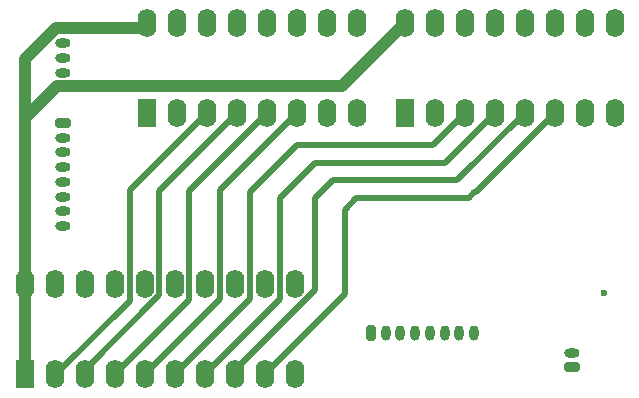
<source format=gbr>
%TF.GenerationSoftware,KiCad,Pcbnew,8.0.3*%
%TF.CreationDate,2024-07-20T16:39:50-07:00*%
%TF.ProjectId,General Register V1,47656e65-7261-46c2-9052-656769737465,rev?*%
%TF.SameCoordinates,Original*%
%TF.FileFunction,Copper,L4,Bot*%
%TF.FilePolarity,Positive*%
%FSLAX46Y46*%
G04 Gerber Fmt 4.6, Leading zero omitted, Abs format (unit mm)*
G04 Created by KiCad (PCBNEW 8.0.3) date 2024-07-20 16:39:50*
%MOMM*%
%LPD*%
G01*
G04 APERTURE LIST*
G04 Aperture macros list*
%AMRoundRect*
0 Rectangle with rounded corners*
0 $1 Rounding radius*
0 $2 $3 $4 $5 $6 $7 $8 $9 X,Y pos of 4 corners*
0 Add a 4 corners polygon primitive as box body*
4,1,4,$2,$3,$4,$5,$6,$7,$8,$9,$2,$3,0*
0 Add four circle primitives for the rounded corners*
1,1,$1+$1,$2,$3*
1,1,$1+$1,$4,$5*
1,1,$1+$1,$6,$7*
1,1,$1+$1,$8,$9*
0 Add four rect primitives between the rounded corners*
20,1,$1+$1,$2,$3,$4,$5,0*
20,1,$1+$1,$4,$5,$6,$7,0*
20,1,$1+$1,$6,$7,$8,$9,0*
20,1,$1+$1,$8,$9,$2,$3,0*%
G04 Aperture macros list end*
%TA.AperFunction,ComponentPad*%
%ADD10R,1.600000X2.400000*%
%TD*%
%TA.AperFunction,ComponentPad*%
%ADD11O,1.600000X2.400000*%
%TD*%
%TA.AperFunction,ComponentPad*%
%ADD12RoundRect,0.200000X-0.450000X0.200000X-0.450000X-0.200000X0.450000X-0.200000X0.450000X0.200000X0*%
%TD*%
%TA.AperFunction,ComponentPad*%
%ADD13O,1.300000X0.800000*%
%TD*%
%TA.AperFunction,ComponentPad*%
%ADD14RoundRect,0.200000X0.450000X-0.200000X0.450000X0.200000X-0.450000X0.200000X-0.450000X-0.200000X0*%
%TD*%
%TA.AperFunction,ComponentPad*%
%ADD15RoundRect,0.200000X-0.200000X-0.450000X0.200000X-0.450000X0.200000X0.450000X-0.200000X0.450000X0*%
%TD*%
%TA.AperFunction,ComponentPad*%
%ADD16O,0.800000X1.300000*%
%TD*%
%TA.AperFunction,ViaPad*%
%ADD17C,0.600000*%
%TD*%
%TA.AperFunction,Conductor*%
%ADD18C,0.500000*%
%TD*%
%TA.AperFunction,Conductor*%
%ADD19C,1.000000*%
%TD*%
G04 APERTURE END LIST*
D10*
%TO.P,U5,1,Oe1*%
%TO.N,GNDREF*%
X125100000Y-70300000D03*
D11*
%TO.P,U5,2,Oe2*%
X127640000Y-70300000D03*
%TO.P,U5,3,Q0*%
%TO.N,/A3*%
X130180000Y-70300000D03*
%TO.P,U5,4,Q1*%
%TO.N,/A2*%
X132720000Y-70300000D03*
%TO.P,U5,5,Q2*%
%TO.N,/A1*%
X135260000Y-70300000D03*
%TO.P,U5,6,Q3*%
%TO.N,/A0*%
X137800000Y-70300000D03*
%TO.P,U5,7,Cp*%
%TO.N,/CLK*%
X140340000Y-70300000D03*
%TO.P,U5,8,GND*%
%TO.N,GNDREF*%
X142880000Y-70300000D03*
%TO.P,U5,9,E1*%
%TO.N,/~{Ain}*%
X142880000Y-62680000D03*
%TO.P,U5,10,E2*%
X140340000Y-62680000D03*
%TO.P,U5,11,D3*%
%TO.N,/BUS 0*%
X137800000Y-62680000D03*
%TO.P,U5,12,D2*%
%TO.N,/BUS 1*%
X135260000Y-62680000D03*
%TO.P,U5,13,D1*%
%TO.N,/BUS 2*%
X132720000Y-62680000D03*
%TO.P,U5,14,D0*%
%TO.N,/BUS 3*%
X130180000Y-62680000D03*
%TO.P,U5,15,Mr*%
%TO.N,/CLR*%
X127640000Y-62680000D03*
%TO.P,U5,16,VCC*%
%TO.N,VCC*%
X125100000Y-62680000D03*
%TD*%
D12*
%TO.P,J1,1,Pin_1*%
%TO.N,VCC*%
X96200000Y-63125000D03*
D13*
%TO.P,J1,2,Pin_2*%
%TO.N,GNDREF*%
X96200000Y-64375000D03*
%TO.P,J1,3,Pin_3*%
%TO.N,/CLK*%
X96200000Y-65625000D03*
%TO.P,J1,4,Pin_4*%
%TO.N,/CLR*%
X96200000Y-66875000D03*
%TD*%
D10*
%TO.P,U6,1,A->B*%
%TO.N,VCC*%
X92920000Y-92420000D03*
D11*
%TO.P,U6,2,A0*%
%TO.N,/A7*%
X95460000Y-92420000D03*
%TO.P,U6,3,A1*%
%TO.N,/A6*%
X98000000Y-92420000D03*
%TO.P,U6,4,A2*%
%TO.N,/A5*%
X100540000Y-92420000D03*
%TO.P,U6,5,A3*%
%TO.N,/A4*%
X103080000Y-92420000D03*
%TO.P,U6,6,A4*%
%TO.N,/A3*%
X105620000Y-92420000D03*
%TO.P,U6,7,A5*%
%TO.N,/A2*%
X108160000Y-92420000D03*
%TO.P,U6,8,A6*%
%TO.N,/A1*%
X110700000Y-92420000D03*
%TO.P,U6,9,A7*%
%TO.N,/A0*%
X113240000Y-92420000D03*
%TO.P,U6,10,GND*%
%TO.N,GNDREF*%
X115780000Y-92420000D03*
%TO.P,U6,11,B7*%
%TO.N,/BUS 0*%
X115780000Y-84800000D03*
%TO.P,U6,12,B6*%
%TO.N,/BUS 1*%
X113240000Y-84800000D03*
%TO.P,U6,13,B5*%
%TO.N,/BUS 2*%
X110700000Y-84800000D03*
%TO.P,U6,14,B4*%
%TO.N,/BUS 3*%
X108160000Y-84800000D03*
%TO.P,U6,15,B3*%
%TO.N,/BUS 4*%
X105620000Y-84800000D03*
%TO.P,U6,16,B2*%
%TO.N,/BUS 5*%
X103080000Y-84800000D03*
%TO.P,U6,17,B1*%
%TO.N,/BUS 6*%
X100540000Y-84800000D03*
%TO.P,U6,18,B0*%
%TO.N,/BUS 7*%
X98000000Y-84800000D03*
%TO.P,U6,19,CE*%
%TO.N,/~{Aout}*%
X95460000Y-84800000D03*
%TO.P,U6,20,VCC*%
%TO.N,VCC*%
X92920000Y-84800000D03*
%TD*%
D14*
%TO.P,J3,1,Pin_1*%
%TO.N,/~{Aout}*%
X139300000Y-91825000D03*
D13*
%TO.P,J3,2,Pin_2*%
%TO.N,/~{Ain}*%
X139300000Y-90575000D03*
%TD*%
D12*
%TO.P,J2,1,Pin_1*%
%TO.N,/BUS 7*%
X96200000Y-71125000D03*
D13*
%TO.P,J2,2,Pin_2*%
%TO.N,/BUS 6*%
X96200000Y-72375000D03*
%TO.P,J2,3,Pin_3*%
%TO.N,/BUS 5*%
X96200000Y-73625000D03*
%TO.P,J2,4,Pin_4*%
%TO.N,/BUS 4*%
X96200000Y-74875000D03*
%TO.P,J2,5,Pin_5*%
%TO.N,/BUS 3*%
X96200000Y-76125000D03*
%TO.P,J2,6,Pin_6*%
%TO.N,/BUS 2*%
X96200000Y-77375000D03*
%TO.P,J2,7,Pin_7*%
%TO.N,/BUS 1*%
X96200000Y-78625000D03*
%TO.P,J2,8,Pin_8*%
%TO.N,/BUS 0*%
X96200000Y-79875000D03*
%TD*%
D10*
%TO.P,U4,1,Oe1*%
%TO.N,GNDREF*%
X103280000Y-70300000D03*
D11*
%TO.P,U4,2,Oe2*%
X105820000Y-70300000D03*
%TO.P,U4,3,Q0*%
%TO.N,/A7*%
X108360000Y-70300000D03*
%TO.P,U4,4,Q1*%
%TO.N,/A6*%
X110900000Y-70300000D03*
%TO.P,U4,5,Q2*%
%TO.N,/A5*%
X113440000Y-70300000D03*
%TO.P,U4,6,Q3*%
%TO.N,/A4*%
X115980000Y-70300000D03*
%TO.P,U4,7,Cp*%
%TO.N,/CLK*%
X118520000Y-70300000D03*
%TO.P,U4,8,GND*%
%TO.N,GNDREF*%
X121060000Y-70300000D03*
%TO.P,U4,9,E1*%
%TO.N,/~{Ain}*%
X121060000Y-62680000D03*
%TO.P,U4,10,E2*%
X118520000Y-62680000D03*
%TO.P,U4,11,D3*%
%TO.N,/BUS 4*%
X115980000Y-62680000D03*
%TO.P,U4,12,D2*%
%TO.N,/BUS 5*%
X113440000Y-62680000D03*
%TO.P,U4,13,D1*%
%TO.N,/BUS 6*%
X110900000Y-62680000D03*
%TO.P,U4,14,D0*%
%TO.N,/BUS 7*%
X108360000Y-62680000D03*
%TO.P,U4,15,Mr*%
%TO.N,/CLR*%
X105820000Y-62680000D03*
%TO.P,U4,16,VCC*%
%TO.N,VCC*%
X103280000Y-62680000D03*
%TD*%
D15*
%TO.P,J4,1,Pin_1*%
%TO.N,/A7*%
X122225000Y-88900000D03*
D16*
%TO.P,J4,2,Pin_2*%
%TO.N,/A6*%
X123475000Y-88900000D03*
%TO.P,J4,3,Pin_3*%
%TO.N,/A5*%
X124725000Y-88900000D03*
%TO.P,J4,4,Pin_4*%
%TO.N,/A4*%
X125975000Y-88900000D03*
%TO.P,J4,5,Pin_5*%
%TO.N,/A3*%
X127225000Y-88900000D03*
%TO.P,J4,6,Pin_6*%
%TO.N,/A2*%
X128475000Y-88900000D03*
%TO.P,J4,7,Pin_7*%
%TO.N,/A1*%
X129725000Y-88900000D03*
%TO.P,J4,8,Pin_8*%
%TO.N,/A0*%
X130975000Y-88900000D03*
%TD*%
D17*
%TO.N,GNDREF*%
X142000000Y-85500000D03*
%TD*%
D18*
%TO.N,/A5*%
X100540000Y-92420000D02*
X106870000Y-86090000D01*
X106870000Y-76870000D02*
X113440000Y-70300000D01*
X106870000Y-86090000D02*
X106870000Y-76870000D01*
D19*
%TO.N,VCC*%
X119775000Y-67975000D02*
X95695000Y-67975000D01*
X123170000Y-64580000D02*
X119775000Y-67975000D01*
X97980000Y-63130000D02*
X102830000Y-63130000D01*
X123200000Y-64580000D02*
X123170000Y-64580000D01*
X97975000Y-63125000D02*
X97980000Y-63130000D01*
X92920000Y-70750000D02*
X92920000Y-65755000D01*
X92920000Y-65755000D02*
X95550000Y-63125000D01*
X95550000Y-63125000D02*
X96200000Y-63125000D01*
X95695000Y-67975000D02*
X92920000Y-70750000D01*
X96200000Y-63125000D02*
X97975000Y-63125000D01*
X102830000Y-63130000D02*
X103280000Y-62680000D01*
X125100000Y-62680000D02*
X123200000Y-64580000D01*
X92920000Y-92420000D02*
X92920000Y-84800000D01*
X92920000Y-84800000D02*
X92920000Y-70750000D01*
D18*
%TO.N,/A7*%
X101830000Y-76830000D02*
X108360000Y-70300000D01*
X95460000Y-92420000D02*
X95860000Y-92420000D01*
X95860000Y-92140000D02*
X101830000Y-86170000D01*
X95860000Y-92420000D02*
X95860000Y-92140000D01*
X101830000Y-86170000D02*
X101830000Y-76830000D01*
%TO.N,/A2*%
X114530000Y-77470000D02*
X117500000Y-74500000D01*
X117500000Y-74500000D02*
X128520000Y-74500000D01*
X108160000Y-92420000D02*
X114530000Y-86050000D01*
X128520000Y-74500000D02*
X132720000Y-70300000D01*
X114530000Y-86050000D02*
X114530000Y-77470000D01*
%TO.N,/A4*%
X109450000Y-76830000D02*
X115980000Y-70300000D01*
X109450000Y-86050000D02*
X109450000Y-76830000D01*
X103080000Y-92420000D02*
X109450000Y-86050000D01*
%TO.N,/A6*%
X98000000Y-92047767D02*
X104330000Y-85717767D01*
X104330000Y-85717767D02*
X104330000Y-76870000D01*
X104330000Y-76870000D02*
X110900000Y-70300000D01*
X98000000Y-92420000D02*
X98000000Y-92047767D01*
%TO.N,/A0*%
X120000000Y-85660000D02*
X120000000Y-78500000D01*
X131100000Y-77000000D02*
X137800000Y-70300000D01*
X120000000Y-78500000D02*
X121000000Y-77500000D01*
X121000000Y-77500000D02*
X130500000Y-77500000D01*
X113240000Y-92420000D02*
X120000000Y-85660000D01*
X130500000Y-77500000D02*
X131000000Y-77000000D01*
X131000000Y-77000000D02*
X131100000Y-77000000D01*
%TO.N,/A1*%
X117500000Y-85247767D02*
X110700000Y-92047767D01*
X110700000Y-92047767D02*
X110700000Y-92420000D01*
X135260000Y-70300000D02*
X129560000Y-76000000D01*
X117500000Y-85247767D02*
X117500000Y-77500000D01*
X119000000Y-76000000D02*
X129560000Y-76000000D01*
X117500000Y-77500000D02*
X119000000Y-76000000D01*
%TO.N,/A3*%
X116000000Y-73000000D02*
X127480000Y-73000000D01*
X111990000Y-77010000D02*
X116000000Y-73000000D01*
X111990000Y-86050000D02*
X111990000Y-77010000D01*
X127480000Y-73000000D02*
X130180000Y-70300000D01*
X105620000Y-92420000D02*
X111990000Y-86050000D01*
%TD*%
M02*

</source>
